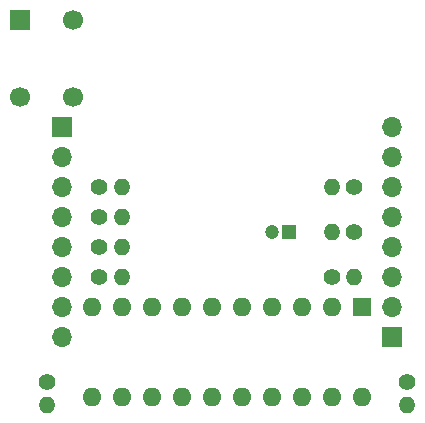
<source format=gts>
G04 #@! TF.GenerationSoftware,KiCad,Pcbnew,7.0.6-0*
G04 #@! TF.CreationDate,2023-08-14T12:50:15+03:00*
G04 #@! TF.ProjectId,trng,74726e67-2e6b-4696-9361-645f70636258,rev?*
G04 #@! TF.SameCoordinates,Original*
G04 #@! TF.FileFunction,Soldermask,Top*
G04 #@! TF.FilePolarity,Negative*
%FSLAX46Y46*%
G04 Gerber Fmt 4.6, Leading zero omitted, Abs format (unit mm)*
G04 Created by KiCad (PCBNEW 7.0.6-0) date 2023-08-14 12:50:15*
%MOMM*%
%LPD*%
G01*
G04 APERTURE LIST*
%ADD10C,1.400000*%
%ADD11O,1.400000X1.400000*%
%ADD12R,1.700000X1.700000*%
%ADD13O,1.700000X1.700000*%
%ADD14R,1.200000X1.200000*%
%ADD15C,1.200000*%
%ADD16R,1.600000X1.600000*%
%ADD17O,1.600000X1.600000*%
%ADD18C,1.700000*%
G04 APERTURE END LIST*
D10*
X158260000Y-101270000D03*
D11*
X156360000Y-101270000D03*
D10*
X156360000Y-105080000D03*
D11*
X158260000Y-105080000D03*
D10*
X136680000Y-102540000D03*
D11*
X138580000Y-102540000D03*
D10*
X132230000Y-113970000D03*
D11*
X132230000Y-115870000D03*
D10*
X158260000Y-97460000D03*
D11*
X156360000Y-97460000D03*
D10*
X136680000Y-97460000D03*
D11*
X138580000Y-97460000D03*
D10*
X136680000Y-100000000D03*
D11*
X138580000Y-100000000D03*
D12*
X161440000Y-110160000D03*
D13*
X161440000Y-107620000D03*
X161440000Y-105080000D03*
X161440000Y-102540000D03*
X161440000Y-100000000D03*
X161440000Y-97460000D03*
X161440000Y-94920000D03*
X161440000Y-92380000D03*
D14*
X152780000Y-101270000D03*
D15*
X151280000Y-101270000D03*
D10*
X136680000Y-105080000D03*
D11*
X138580000Y-105080000D03*
D12*
X133500000Y-92380000D03*
D13*
X133500000Y-94920000D03*
X133500000Y-97460000D03*
X133500000Y-100000000D03*
X133500000Y-102540000D03*
X133500000Y-105080000D03*
X133500000Y-107620000D03*
X133500000Y-110160000D03*
D16*
X158900000Y-107620000D03*
D17*
X156360000Y-107620000D03*
X153820000Y-107620000D03*
X151280000Y-107620000D03*
X148740000Y-107620000D03*
X146200000Y-107620000D03*
X143660000Y-107620000D03*
X141120000Y-107620000D03*
X138580000Y-107620000D03*
X136040000Y-107620000D03*
X136040000Y-115240000D03*
X138580000Y-115240000D03*
X141120000Y-115240000D03*
X143660000Y-115240000D03*
X146200000Y-115240000D03*
X148740000Y-115240000D03*
X151280000Y-115240000D03*
X153820000Y-115240000D03*
X156360000Y-115240000D03*
X158900000Y-115240000D03*
D10*
X162710000Y-113970000D03*
D11*
X162710000Y-115870000D03*
D12*
X129980000Y-83330000D03*
D18*
X129980000Y-89830000D03*
X134480000Y-83330000D03*
X134480000Y-89830000D03*
M02*

</source>
